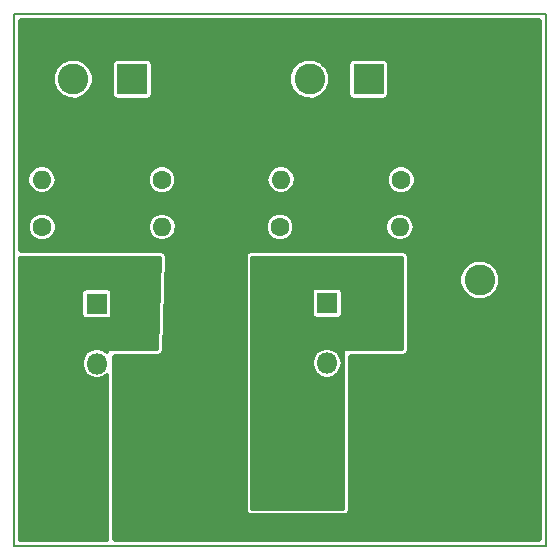
<source format=gtl>
G04 #@! TF.FileFunction,Copper,L1,Top,Signal*
%FSLAX46Y46*%
G04 Gerber Fmt 4.6, Leading zero omitted, Abs format (unit mm)*
G04 Created by KiCad (PCBNEW 4.0.7) date 03/30/18 18:11:17*
%MOMM*%
%LPD*%
G01*
G04 APERTURE LIST*
%ADD10C,0.100000*%
%ADD11C,0.150000*%
%ADD12R,1.800000X1.800000*%
%ADD13O,1.800000X1.800000*%
%ADD14R,2.600000X2.600000*%
%ADD15C,2.600000*%
%ADD16C,1.600000*%
%ADD17O,1.600000X1.600000*%
%ADD18C,0.400000*%
%ADD19C,0.500000*%
%ADD20C,0.300000*%
G04 APERTURE END LIST*
D10*
D11*
X125000000Y-75000000D02*
X125000000Y-30000000D01*
X170000000Y-75000000D02*
X125000000Y-75000000D01*
X170000000Y-30000000D02*
X170000000Y-75000000D01*
X125000000Y-30000000D02*
X170000000Y-30000000D01*
D12*
X132000000Y-54500000D03*
D13*
X132000000Y-57040000D03*
X132000000Y-59580000D03*
D14*
X135000000Y-35500000D03*
D15*
X130000000Y-35500000D03*
D14*
X130000000Y-69500000D03*
D15*
X135000000Y-69500000D03*
D14*
X155000000Y-35500000D03*
D15*
X150000000Y-35500000D03*
D14*
X150000000Y-69500000D03*
D15*
X155000000Y-69500000D03*
D14*
X164400000Y-57500000D03*
D15*
X164400000Y-52500000D03*
D12*
X151500000Y-54460000D03*
D13*
X151500000Y-57000000D03*
X151500000Y-59540000D03*
D16*
X127375000Y-48000000D03*
D17*
X137535000Y-48000000D03*
D16*
X137500000Y-44000000D03*
D17*
X127340000Y-44000000D03*
D16*
X147500000Y-48000000D03*
D17*
X157660000Y-48000000D03*
D16*
X157760000Y-44000000D03*
D17*
X147600000Y-44000000D03*
D18*
X150000000Y-69500000D02*
X150000000Y-67800000D01*
X150000000Y-67800000D02*
X148000000Y-65800000D01*
D19*
G36*
X169425000Y-74425000D02*
X133500000Y-74425000D01*
X133500000Y-59000000D01*
X137250000Y-59000000D01*
X137417091Y-58971254D01*
X137587271Y-58869119D01*
X137704306Y-58708820D01*
X137749756Y-58515617D01*
X137999756Y-50515617D01*
X137997070Y-50500000D01*
X144500000Y-50500000D01*
X144500000Y-72000000D01*
X144534195Y-72181729D01*
X144641596Y-72348635D01*
X144805472Y-72460607D01*
X145000000Y-72500000D01*
X153000000Y-72500000D01*
X153181729Y-72465805D01*
X153348635Y-72358404D01*
X153460607Y-72194528D01*
X153500000Y-72000000D01*
X153500000Y-59000000D01*
X158000000Y-59000000D01*
X158181729Y-58965805D01*
X158348635Y-58858404D01*
X158460607Y-58694528D01*
X158500000Y-58500000D01*
X158500000Y-52856471D01*
X162599688Y-52856471D01*
X162873145Y-53518286D01*
X163379051Y-54025076D01*
X164040387Y-54299687D01*
X164756471Y-54300312D01*
X165418286Y-54026855D01*
X165925076Y-53520949D01*
X166199687Y-52859613D01*
X166200312Y-52143529D01*
X165926855Y-51481714D01*
X165420949Y-50974924D01*
X164759613Y-50700313D01*
X164043529Y-50699688D01*
X163381714Y-50973145D01*
X162874924Y-51479051D01*
X162600313Y-52140387D01*
X162599688Y-52856471D01*
X158500000Y-52856471D01*
X158500000Y-50500000D01*
X158465805Y-50318271D01*
X158358404Y-50151365D01*
X158194528Y-50039393D01*
X158000000Y-50000000D01*
X145000000Y-50000000D01*
X144818271Y-50034195D01*
X144651365Y-50141596D01*
X144539393Y-50305472D01*
X144500000Y-50500000D01*
X137997070Y-50500000D01*
X137965805Y-50318271D01*
X137858404Y-50151365D01*
X137694528Y-50039393D01*
X137500000Y-50000000D01*
X125575000Y-50000000D01*
X125575000Y-48257452D01*
X126074774Y-48257452D01*
X126272271Y-48735429D01*
X126637647Y-49101444D01*
X127115279Y-49299774D01*
X127632452Y-49300226D01*
X128110429Y-49102729D01*
X128476444Y-48737353D01*
X128674774Y-48259721D01*
X128675000Y-48000000D01*
X136209531Y-48000000D01*
X136308488Y-48497488D01*
X136590292Y-48919239D01*
X137012043Y-49201043D01*
X137509531Y-49300000D01*
X137560469Y-49300000D01*
X138057957Y-49201043D01*
X138479708Y-48919239D01*
X138761512Y-48497488D01*
X138809258Y-48257452D01*
X146199774Y-48257452D01*
X146397271Y-48735429D01*
X146762647Y-49101444D01*
X147240279Y-49299774D01*
X147757452Y-49300226D01*
X148235429Y-49102729D01*
X148601444Y-48737353D01*
X148799774Y-48259721D01*
X148800000Y-48000000D01*
X156334531Y-48000000D01*
X156433488Y-48497488D01*
X156715292Y-48919239D01*
X157137043Y-49201043D01*
X157634531Y-49300000D01*
X157685469Y-49300000D01*
X158182957Y-49201043D01*
X158604708Y-48919239D01*
X158886512Y-48497488D01*
X158985469Y-48000000D01*
X158886512Y-47502512D01*
X158604708Y-47080761D01*
X158182957Y-46798957D01*
X157685469Y-46700000D01*
X157634531Y-46700000D01*
X157137043Y-46798957D01*
X156715292Y-47080761D01*
X156433488Y-47502512D01*
X156334531Y-48000000D01*
X148800000Y-48000000D01*
X148800226Y-47742548D01*
X148602729Y-47264571D01*
X148237353Y-46898556D01*
X147759721Y-46700226D01*
X147242548Y-46699774D01*
X146764571Y-46897271D01*
X146398556Y-47262647D01*
X146200226Y-47740279D01*
X146199774Y-48257452D01*
X138809258Y-48257452D01*
X138860469Y-48000000D01*
X138761512Y-47502512D01*
X138479708Y-47080761D01*
X138057957Y-46798957D01*
X137560469Y-46700000D01*
X137509531Y-46700000D01*
X137012043Y-46798957D01*
X136590292Y-47080761D01*
X136308488Y-47502512D01*
X136209531Y-48000000D01*
X128675000Y-48000000D01*
X128675226Y-47742548D01*
X128477729Y-47264571D01*
X128112353Y-46898556D01*
X127634721Y-46700226D01*
X127117548Y-46699774D01*
X126639571Y-46897271D01*
X126273556Y-47262647D01*
X126075226Y-47740279D01*
X126074774Y-48257452D01*
X125575000Y-48257452D01*
X125575000Y-44000000D01*
X126014531Y-44000000D01*
X126113488Y-44497488D01*
X126395292Y-44919239D01*
X126817043Y-45201043D01*
X127314531Y-45300000D01*
X127365469Y-45300000D01*
X127862957Y-45201043D01*
X128284708Y-44919239D01*
X128566512Y-44497488D01*
X128614258Y-44257452D01*
X136199774Y-44257452D01*
X136397271Y-44735429D01*
X136762647Y-45101444D01*
X137240279Y-45299774D01*
X137757452Y-45300226D01*
X138235429Y-45102729D01*
X138601444Y-44737353D01*
X138799774Y-44259721D01*
X138800000Y-44000000D01*
X146274531Y-44000000D01*
X146373488Y-44497488D01*
X146655292Y-44919239D01*
X147077043Y-45201043D01*
X147574531Y-45300000D01*
X147625469Y-45300000D01*
X148122957Y-45201043D01*
X148544708Y-44919239D01*
X148826512Y-44497488D01*
X148874258Y-44257452D01*
X156459774Y-44257452D01*
X156657271Y-44735429D01*
X157022647Y-45101444D01*
X157500279Y-45299774D01*
X158017452Y-45300226D01*
X158495429Y-45102729D01*
X158861444Y-44737353D01*
X159059774Y-44259721D01*
X159060226Y-43742548D01*
X158862729Y-43264571D01*
X158497353Y-42898556D01*
X158019721Y-42700226D01*
X157502548Y-42699774D01*
X157024571Y-42897271D01*
X156658556Y-43262647D01*
X156460226Y-43740279D01*
X156459774Y-44257452D01*
X148874258Y-44257452D01*
X148925469Y-44000000D01*
X148826512Y-43502512D01*
X148544708Y-43080761D01*
X148122957Y-42798957D01*
X147625469Y-42700000D01*
X147574531Y-42700000D01*
X147077043Y-42798957D01*
X146655292Y-43080761D01*
X146373488Y-43502512D01*
X146274531Y-44000000D01*
X138800000Y-44000000D01*
X138800226Y-43742548D01*
X138602729Y-43264571D01*
X138237353Y-42898556D01*
X137759721Y-42700226D01*
X137242548Y-42699774D01*
X136764571Y-42897271D01*
X136398556Y-43262647D01*
X136200226Y-43740279D01*
X136199774Y-44257452D01*
X128614258Y-44257452D01*
X128665469Y-44000000D01*
X128566512Y-43502512D01*
X128284708Y-43080761D01*
X127862957Y-42798957D01*
X127365469Y-42700000D01*
X127314531Y-42700000D01*
X126817043Y-42798957D01*
X126395292Y-43080761D01*
X126113488Y-43502512D01*
X126014531Y-44000000D01*
X125575000Y-44000000D01*
X125575000Y-35856471D01*
X128199688Y-35856471D01*
X128473145Y-36518286D01*
X128979051Y-37025076D01*
X129640387Y-37299687D01*
X130356471Y-37300312D01*
X131018286Y-37026855D01*
X131525076Y-36520949D01*
X131799687Y-35859613D01*
X131800312Y-35143529D01*
X131526855Y-34481714D01*
X131245633Y-34200000D01*
X133190205Y-34200000D01*
X133190205Y-36800000D01*
X133225069Y-36985289D01*
X133334575Y-37155465D01*
X133501661Y-37269630D01*
X133700000Y-37309795D01*
X136300000Y-37309795D01*
X136485289Y-37274931D01*
X136655465Y-37165425D01*
X136769630Y-36998339D01*
X136809795Y-36800000D01*
X136809795Y-35856471D01*
X148199688Y-35856471D01*
X148473145Y-36518286D01*
X148979051Y-37025076D01*
X149640387Y-37299687D01*
X150356471Y-37300312D01*
X151018286Y-37026855D01*
X151525076Y-36520949D01*
X151799687Y-35859613D01*
X151800312Y-35143529D01*
X151526855Y-34481714D01*
X151245633Y-34200000D01*
X153190205Y-34200000D01*
X153190205Y-36800000D01*
X153225069Y-36985289D01*
X153334575Y-37155465D01*
X153501661Y-37269630D01*
X153700000Y-37309795D01*
X156300000Y-37309795D01*
X156485289Y-37274931D01*
X156655465Y-37165425D01*
X156769630Y-36998339D01*
X156809795Y-36800000D01*
X156809795Y-34200000D01*
X156774931Y-34014711D01*
X156665425Y-33844535D01*
X156498339Y-33730370D01*
X156300000Y-33690205D01*
X153700000Y-33690205D01*
X153514711Y-33725069D01*
X153344535Y-33834575D01*
X153230370Y-34001661D01*
X153190205Y-34200000D01*
X151245633Y-34200000D01*
X151020949Y-33974924D01*
X150359613Y-33700313D01*
X149643529Y-33699688D01*
X148981714Y-33973145D01*
X148474924Y-34479051D01*
X148200313Y-35140387D01*
X148199688Y-35856471D01*
X136809795Y-35856471D01*
X136809795Y-34200000D01*
X136774931Y-34014711D01*
X136665425Y-33844535D01*
X136498339Y-33730370D01*
X136300000Y-33690205D01*
X133700000Y-33690205D01*
X133514711Y-33725069D01*
X133344535Y-33834575D01*
X133230370Y-34001661D01*
X133190205Y-34200000D01*
X131245633Y-34200000D01*
X131020949Y-33974924D01*
X130359613Y-33700313D01*
X129643529Y-33699688D01*
X128981714Y-33973145D01*
X128474924Y-34479051D01*
X128200313Y-35140387D01*
X128199688Y-35856471D01*
X125575000Y-35856471D01*
X125575000Y-30575000D01*
X169425000Y-30575000D01*
X169425000Y-74425000D01*
X169425000Y-74425000D01*
G37*
X169425000Y-74425000D02*
X133500000Y-74425000D01*
X133500000Y-59000000D01*
X137250000Y-59000000D01*
X137417091Y-58971254D01*
X137587271Y-58869119D01*
X137704306Y-58708820D01*
X137749756Y-58515617D01*
X137999756Y-50515617D01*
X137997070Y-50500000D01*
X144500000Y-50500000D01*
X144500000Y-72000000D01*
X144534195Y-72181729D01*
X144641596Y-72348635D01*
X144805472Y-72460607D01*
X145000000Y-72500000D01*
X153000000Y-72500000D01*
X153181729Y-72465805D01*
X153348635Y-72358404D01*
X153460607Y-72194528D01*
X153500000Y-72000000D01*
X153500000Y-59000000D01*
X158000000Y-59000000D01*
X158181729Y-58965805D01*
X158348635Y-58858404D01*
X158460607Y-58694528D01*
X158500000Y-58500000D01*
X158500000Y-52856471D01*
X162599688Y-52856471D01*
X162873145Y-53518286D01*
X163379051Y-54025076D01*
X164040387Y-54299687D01*
X164756471Y-54300312D01*
X165418286Y-54026855D01*
X165925076Y-53520949D01*
X166199687Y-52859613D01*
X166200312Y-52143529D01*
X165926855Y-51481714D01*
X165420949Y-50974924D01*
X164759613Y-50700313D01*
X164043529Y-50699688D01*
X163381714Y-50973145D01*
X162874924Y-51479051D01*
X162600313Y-52140387D01*
X162599688Y-52856471D01*
X158500000Y-52856471D01*
X158500000Y-50500000D01*
X158465805Y-50318271D01*
X158358404Y-50151365D01*
X158194528Y-50039393D01*
X158000000Y-50000000D01*
X145000000Y-50000000D01*
X144818271Y-50034195D01*
X144651365Y-50141596D01*
X144539393Y-50305472D01*
X144500000Y-50500000D01*
X137997070Y-50500000D01*
X137965805Y-50318271D01*
X137858404Y-50151365D01*
X137694528Y-50039393D01*
X137500000Y-50000000D01*
X125575000Y-50000000D01*
X125575000Y-48257452D01*
X126074774Y-48257452D01*
X126272271Y-48735429D01*
X126637647Y-49101444D01*
X127115279Y-49299774D01*
X127632452Y-49300226D01*
X128110429Y-49102729D01*
X128476444Y-48737353D01*
X128674774Y-48259721D01*
X128675000Y-48000000D01*
X136209531Y-48000000D01*
X136308488Y-48497488D01*
X136590292Y-48919239D01*
X137012043Y-49201043D01*
X137509531Y-49300000D01*
X137560469Y-49300000D01*
X138057957Y-49201043D01*
X138479708Y-48919239D01*
X138761512Y-48497488D01*
X138809258Y-48257452D01*
X146199774Y-48257452D01*
X146397271Y-48735429D01*
X146762647Y-49101444D01*
X147240279Y-49299774D01*
X147757452Y-49300226D01*
X148235429Y-49102729D01*
X148601444Y-48737353D01*
X148799774Y-48259721D01*
X148800000Y-48000000D01*
X156334531Y-48000000D01*
X156433488Y-48497488D01*
X156715292Y-48919239D01*
X157137043Y-49201043D01*
X157634531Y-49300000D01*
X157685469Y-49300000D01*
X158182957Y-49201043D01*
X158604708Y-48919239D01*
X158886512Y-48497488D01*
X158985469Y-48000000D01*
X158886512Y-47502512D01*
X158604708Y-47080761D01*
X158182957Y-46798957D01*
X157685469Y-46700000D01*
X157634531Y-46700000D01*
X157137043Y-46798957D01*
X156715292Y-47080761D01*
X156433488Y-47502512D01*
X156334531Y-48000000D01*
X148800000Y-48000000D01*
X148800226Y-47742548D01*
X148602729Y-47264571D01*
X148237353Y-46898556D01*
X147759721Y-46700226D01*
X147242548Y-46699774D01*
X146764571Y-46897271D01*
X146398556Y-47262647D01*
X146200226Y-47740279D01*
X146199774Y-48257452D01*
X138809258Y-48257452D01*
X138860469Y-48000000D01*
X138761512Y-47502512D01*
X138479708Y-47080761D01*
X138057957Y-46798957D01*
X137560469Y-46700000D01*
X137509531Y-46700000D01*
X137012043Y-46798957D01*
X136590292Y-47080761D01*
X136308488Y-47502512D01*
X136209531Y-48000000D01*
X128675000Y-48000000D01*
X128675226Y-47742548D01*
X128477729Y-47264571D01*
X128112353Y-46898556D01*
X127634721Y-46700226D01*
X127117548Y-46699774D01*
X126639571Y-46897271D01*
X126273556Y-47262647D01*
X126075226Y-47740279D01*
X126074774Y-48257452D01*
X125575000Y-48257452D01*
X125575000Y-44000000D01*
X126014531Y-44000000D01*
X126113488Y-44497488D01*
X126395292Y-44919239D01*
X126817043Y-45201043D01*
X127314531Y-45300000D01*
X127365469Y-45300000D01*
X127862957Y-45201043D01*
X128284708Y-44919239D01*
X128566512Y-44497488D01*
X128614258Y-44257452D01*
X136199774Y-44257452D01*
X136397271Y-44735429D01*
X136762647Y-45101444D01*
X137240279Y-45299774D01*
X137757452Y-45300226D01*
X138235429Y-45102729D01*
X138601444Y-44737353D01*
X138799774Y-44259721D01*
X138800000Y-44000000D01*
X146274531Y-44000000D01*
X146373488Y-44497488D01*
X146655292Y-44919239D01*
X147077043Y-45201043D01*
X147574531Y-45300000D01*
X147625469Y-45300000D01*
X148122957Y-45201043D01*
X148544708Y-44919239D01*
X148826512Y-44497488D01*
X148874258Y-44257452D01*
X156459774Y-44257452D01*
X156657271Y-44735429D01*
X157022647Y-45101444D01*
X157500279Y-45299774D01*
X158017452Y-45300226D01*
X158495429Y-45102729D01*
X158861444Y-44737353D01*
X159059774Y-44259721D01*
X159060226Y-43742548D01*
X158862729Y-43264571D01*
X158497353Y-42898556D01*
X158019721Y-42700226D01*
X157502548Y-42699774D01*
X157024571Y-42897271D01*
X156658556Y-43262647D01*
X156460226Y-43740279D01*
X156459774Y-44257452D01*
X148874258Y-44257452D01*
X148925469Y-44000000D01*
X148826512Y-43502512D01*
X148544708Y-43080761D01*
X148122957Y-42798957D01*
X147625469Y-42700000D01*
X147574531Y-42700000D01*
X147077043Y-42798957D01*
X146655292Y-43080761D01*
X146373488Y-43502512D01*
X146274531Y-44000000D01*
X138800000Y-44000000D01*
X138800226Y-43742548D01*
X138602729Y-43264571D01*
X138237353Y-42898556D01*
X137759721Y-42700226D01*
X137242548Y-42699774D01*
X136764571Y-42897271D01*
X136398556Y-43262647D01*
X136200226Y-43740279D01*
X136199774Y-44257452D01*
X128614258Y-44257452D01*
X128665469Y-44000000D01*
X128566512Y-43502512D01*
X128284708Y-43080761D01*
X127862957Y-42798957D01*
X127365469Y-42700000D01*
X127314531Y-42700000D01*
X126817043Y-42798957D01*
X126395292Y-43080761D01*
X126113488Y-43502512D01*
X126014531Y-44000000D01*
X125575000Y-44000000D01*
X125575000Y-35856471D01*
X128199688Y-35856471D01*
X128473145Y-36518286D01*
X128979051Y-37025076D01*
X129640387Y-37299687D01*
X130356471Y-37300312D01*
X131018286Y-37026855D01*
X131525076Y-36520949D01*
X131799687Y-35859613D01*
X131800312Y-35143529D01*
X131526855Y-34481714D01*
X131245633Y-34200000D01*
X133190205Y-34200000D01*
X133190205Y-36800000D01*
X133225069Y-36985289D01*
X133334575Y-37155465D01*
X133501661Y-37269630D01*
X133700000Y-37309795D01*
X136300000Y-37309795D01*
X136485289Y-37274931D01*
X136655465Y-37165425D01*
X136769630Y-36998339D01*
X136809795Y-36800000D01*
X136809795Y-35856471D01*
X148199688Y-35856471D01*
X148473145Y-36518286D01*
X148979051Y-37025076D01*
X149640387Y-37299687D01*
X150356471Y-37300312D01*
X151018286Y-37026855D01*
X151525076Y-36520949D01*
X151799687Y-35859613D01*
X151800312Y-35143529D01*
X151526855Y-34481714D01*
X151245633Y-34200000D01*
X153190205Y-34200000D01*
X153190205Y-36800000D01*
X153225069Y-36985289D01*
X153334575Y-37155465D01*
X153501661Y-37269630D01*
X153700000Y-37309795D01*
X156300000Y-37309795D01*
X156485289Y-37274931D01*
X156655465Y-37165425D01*
X156769630Y-36998339D01*
X156809795Y-36800000D01*
X156809795Y-34200000D01*
X156774931Y-34014711D01*
X156665425Y-33844535D01*
X156498339Y-33730370D01*
X156300000Y-33690205D01*
X153700000Y-33690205D01*
X153514711Y-33725069D01*
X153344535Y-33834575D01*
X153230370Y-34001661D01*
X153190205Y-34200000D01*
X151245633Y-34200000D01*
X151020949Y-33974924D01*
X150359613Y-33700313D01*
X149643529Y-33699688D01*
X148981714Y-33973145D01*
X148474924Y-34479051D01*
X148200313Y-35140387D01*
X148199688Y-35856471D01*
X136809795Y-35856471D01*
X136809795Y-34200000D01*
X136774931Y-34014711D01*
X136665425Y-33844535D01*
X136498339Y-33730370D01*
X136300000Y-33690205D01*
X133700000Y-33690205D01*
X133514711Y-33725069D01*
X133344535Y-33834575D01*
X133230370Y-34001661D01*
X133190205Y-34200000D01*
X131245633Y-34200000D01*
X131020949Y-33974924D01*
X130359613Y-33700313D01*
X129643529Y-33699688D01*
X128981714Y-33973145D01*
X128474924Y-34479051D01*
X128200313Y-35140387D01*
X128199688Y-35856471D01*
X125575000Y-35856471D01*
X125575000Y-30575000D01*
X169425000Y-30575000D01*
X169425000Y-74425000D01*
D20*
G36*
X157850000Y-58350000D02*
X153000000Y-58350000D01*
X152941642Y-58361818D01*
X152892479Y-58395409D01*
X152860258Y-58445481D01*
X152850000Y-58500000D01*
X152850000Y-71850000D01*
X145150000Y-71850000D01*
X145150000Y-59514531D01*
X150200000Y-59514531D01*
X150200000Y-59565469D01*
X150298957Y-60062957D01*
X150580761Y-60484708D01*
X151002512Y-60766512D01*
X151500000Y-60865469D01*
X151997488Y-60766512D01*
X152419239Y-60484708D01*
X152701043Y-60062957D01*
X152800000Y-59565469D01*
X152800000Y-59514531D01*
X152701043Y-59017043D01*
X152419239Y-58595292D01*
X151997488Y-58313488D01*
X151500000Y-58214531D01*
X151002512Y-58313488D01*
X150580761Y-58595292D01*
X150298957Y-59017043D01*
X150200000Y-59514531D01*
X145150000Y-59514531D01*
X145150000Y-53560000D01*
X150192164Y-53560000D01*
X150192164Y-55360000D01*
X150220056Y-55508231D01*
X150307660Y-55644372D01*
X150441329Y-55735704D01*
X150600000Y-55767836D01*
X152400000Y-55767836D01*
X152548231Y-55739944D01*
X152684372Y-55652340D01*
X152775704Y-55518671D01*
X152807836Y-55360000D01*
X152807836Y-53560000D01*
X152779944Y-53411769D01*
X152692340Y-53275628D01*
X152558671Y-53184296D01*
X152400000Y-53152164D01*
X150600000Y-53152164D01*
X150451769Y-53180056D01*
X150315628Y-53267660D01*
X150224296Y-53401329D01*
X150192164Y-53560000D01*
X145150000Y-53560000D01*
X145150000Y-50650000D01*
X157850000Y-50650000D01*
X157850000Y-58350000D01*
X157850000Y-58350000D01*
G37*
X157850000Y-58350000D02*
X153000000Y-58350000D01*
X152941642Y-58361818D01*
X152892479Y-58395409D01*
X152860258Y-58445481D01*
X152850000Y-58500000D01*
X152850000Y-71850000D01*
X145150000Y-71850000D01*
X145150000Y-59514531D01*
X150200000Y-59514531D01*
X150200000Y-59565469D01*
X150298957Y-60062957D01*
X150580761Y-60484708D01*
X151002512Y-60766512D01*
X151500000Y-60865469D01*
X151997488Y-60766512D01*
X152419239Y-60484708D01*
X152701043Y-60062957D01*
X152800000Y-59565469D01*
X152800000Y-59514531D01*
X152701043Y-59017043D01*
X152419239Y-58595292D01*
X151997488Y-58313488D01*
X151500000Y-58214531D01*
X151002512Y-58313488D01*
X150580761Y-58595292D01*
X150298957Y-59017043D01*
X150200000Y-59514531D01*
X145150000Y-59514531D01*
X145150000Y-53560000D01*
X150192164Y-53560000D01*
X150192164Y-55360000D01*
X150220056Y-55508231D01*
X150307660Y-55644372D01*
X150441329Y-55735704D01*
X150600000Y-55767836D01*
X152400000Y-55767836D01*
X152548231Y-55739944D01*
X152684372Y-55652340D01*
X152775704Y-55518671D01*
X152807836Y-55360000D01*
X152807836Y-53560000D01*
X152779944Y-53411769D01*
X152692340Y-53275628D01*
X152558671Y-53184296D01*
X152400000Y-53152164D01*
X150600000Y-53152164D01*
X150451769Y-53180056D01*
X150315628Y-53267660D01*
X150224296Y-53401329D01*
X150192164Y-53560000D01*
X145150000Y-53560000D01*
X145150000Y-50650000D01*
X157850000Y-50650000D01*
X157850000Y-58350000D01*
G36*
X137104614Y-58350000D02*
X133000000Y-58350000D01*
X132941642Y-58361818D01*
X132892479Y-58395409D01*
X132860258Y-58445481D01*
X132850000Y-58500000D01*
X132850000Y-58589028D01*
X132497488Y-58353488D01*
X132000000Y-58254531D01*
X131502512Y-58353488D01*
X131080761Y-58635292D01*
X130798957Y-59057043D01*
X130700000Y-59554531D01*
X130700000Y-59605469D01*
X130798957Y-60102957D01*
X131080761Y-60524708D01*
X131502512Y-60806512D01*
X132000000Y-60905469D01*
X132497488Y-60806512D01*
X132850000Y-60570972D01*
X132850000Y-74525000D01*
X125475000Y-74525000D01*
X125475000Y-53600000D01*
X130692164Y-53600000D01*
X130692164Y-55400000D01*
X130720056Y-55548231D01*
X130807660Y-55684372D01*
X130941329Y-55775704D01*
X131100000Y-55807836D01*
X132900000Y-55807836D01*
X133048231Y-55779944D01*
X133184372Y-55692340D01*
X133275704Y-55558671D01*
X133307836Y-55400000D01*
X133307836Y-53600000D01*
X133279944Y-53451769D01*
X133192340Y-53315628D01*
X133058671Y-53224296D01*
X132900000Y-53192164D01*
X131100000Y-53192164D01*
X130951769Y-53220056D01*
X130815628Y-53307660D01*
X130724296Y-53441329D01*
X130692164Y-53600000D01*
X125475000Y-53600000D01*
X125475000Y-50650000D01*
X137345239Y-50650000D01*
X137104614Y-58350000D01*
X137104614Y-58350000D01*
G37*
X137104614Y-58350000D02*
X133000000Y-58350000D01*
X132941642Y-58361818D01*
X132892479Y-58395409D01*
X132860258Y-58445481D01*
X132850000Y-58500000D01*
X132850000Y-58589028D01*
X132497488Y-58353488D01*
X132000000Y-58254531D01*
X131502512Y-58353488D01*
X131080761Y-58635292D01*
X130798957Y-59057043D01*
X130700000Y-59554531D01*
X130700000Y-59605469D01*
X130798957Y-60102957D01*
X131080761Y-60524708D01*
X131502512Y-60806512D01*
X132000000Y-60905469D01*
X132497488Y-60806512D01*
X132850000Y-60570972D01*
X132850000Y-74525000D01*
X125475000Y-74525000D01*
X125475000Y-53600000D01*
X130692164Y-53600000D01*
X130692164Y-55400000D01*
X130720056Y-55548231D01*
X130807660Y-55684372D01*
X130941329Y-55775704D01*
X131100000Y-55807836D01*
X132900000Y-55807836D01*
X133048231Y-55779944D01*
X133184372Y-55692340D01*
X133275704Y-55558671D01*
X133307836Y-55400000D01*
X133307836Y-53600000D01*
X133279944Y-53451769D01*
X133192340Y-53315628D01*
X133058671Y-53224296D01*
X132900000Y-53192164D01*
X131100000Y-53192164D01*
X130951769Y-53220056D01*
X130815628Y-53307660D01*
X130724296Y-53441329D01*
X130692164Y-53600000D01*
X125475000Y-53600000D01*
X125475000Y-50650000D01*
X137345239Y-50650000D01*
X137104614Y-58350000D01*
G36*
X132350000Y-74350000D02*
X127150000Y-74350000D01*
X127150000Y-66650000D01*
X132350000Y-66650000D01*
X132350000Y-74350000D01*
X132350000Y-74350000D01*
G37*
X132350000Y-74350000D02*
X127150000Y-74350000D01*
X127150000Y-66650000D01*
X132350000Y-66650000D01*
X132350000Y-74350000D01*
M02*

</source>
